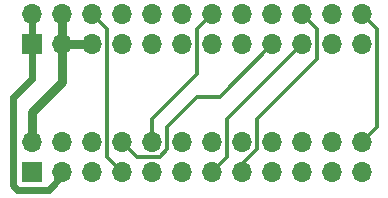
<source format=gbl>
G04 #@! TF.FileFunction,Copper,L2,Bot,Signal*
%FSLAX46Y46*%
G04 Gerber Fmt 4.6, Leading zero omitted, Abs format (unit mm)*
G04 Created by KiCad (PCBNEW 4.0.7) date 04/07/18 14:14:11*
%MOMM*%
%LPD*%
G01*
G04 APERTURE LIST*
%ADD10C,0.100000*%
%ADD11R,1.700000X1.700000*%
%ADD12O,1.700000X1.700000*%
%ADD13C,0.762000*%
%ADD14C,0.609600*%
%ADD15C,0.304800*%
G04 APERTURE END LIST*
D10*
D11*
X3302000Y2413000D03*
D12*
X3302000Y4953000D03*
X5842000Y2413000D03*
X5842000Y4953000D03*
X8382000Y2413000D03*
X8382000Y4953000D03*
X10922000Y2413000D03*
X10922000Y4953000D03*
X13462000Y2413000D03*
X13462000Y4953000D03*
X16002000Y2413000D03*
X16002000Y4953000D03*
X18542000Y2413000D03*
X18542000Y4953000D03*
X21082000Y2413000D03*
X21082000Y4953000D03*
X23622000Y2413000D03*
X23622000Y4953000D03*
X26162000Y2413000D03*
X26162000Y4953000D03*
X28702000Y2413000D03*
X28702000Y4953000D03*
X31242000Y2413000D03*
X31242000Y4953000D03*
D11*
X3302000Y13208000D03*
D12*
X3302000Y15748000D03*
X5842000Y13208000D03*
X5842000Y15748000D03*
X8382000Y13208000D03*
X8382000Y15748000D03*
X10922000Y13208000D03*
X10922000Y15748000D03*
X13462000Y13208000D03*
X13462000Y15748000D03*
X16002000Y13208000D03*
X16002000Y15748000D03*
X18542000Y13208000D03*
X18542000Y15748000D03*
X21082000Y13208000D03*
X21082000Y15748000D03*
X23622000Y13208000D03*
X23622000Y15748000D03*
X26162000Y13208000D03*
X26162000Y15748000D03*
X28702000Y13208000D03*
X28702000Y15748000D03*
X31242000Y13208000D03*
X31242000Y15748000D03*
D13*
X3302000Y4953000D02*
X3302000Y7493000D01*
X5842000Y10033000D02*
X5842000Y13208000D01*
X3302000Y7493000D02*
X5842000Y10033000D01*
X5842000Y13208000D02*
X8382000Y13208000D01*
X5842000Y13208000D02*
X5842000Y15748000D01*
D14*
X3302000Y13208000D02*
X3302000Y10287000D01*
X4699000Y889000D02*
X5842000Y2159000D01*
X2032000Y889000D02*
X4699000Y889000D01*
X1651000Y1270000D02*
X2032000Y889000D01*
X1651000Y8763000D02*
X1651000Y1270000D01*
X3302000Y10287000D02*
X1651000Y8763000D01*
D13*
X5842000Y2159000D02*
X5842000Y2413000D01*
D14*
X3302000Y13208000D02*
X3302000Y15748000D01*
D15*
X10922000Y2413000D02*
X9652000Y3683000D01*
X9652000Y14478000D02*
X8382000Y15748000D01*
X9652000Y3683000D02*
X9652000Y14478000D01*
X23622000Y13208000D02*
X19177000Y8763000D01*
X12192000Y3683000D02*
X10922000Y4953000D01*
X14097000Y3683000D02*
X12192000Y3683000D01*
X14732000Y4318000D02*
X14097000Y3683000D01*
X14732000Y6223000D02*
X14732000Y4318000D01*
X17272000Y8763000D02*
X14732000Y6223000D01*
X19177000Y8763000D02*
X17272000Y8763000D01*
X13462000Y4953000D02*
X13462000Y6858000D01*
X17272000Y14478000D02*
X18542000Y15748000D01*
X17272000Y10668000D02*
X17272000Y14478000D01*
X13462000Y6858000D02*
X17272000Y10668000D01*
X18542000Y2413000D02*
X19812000Y3683000D01*
X19812000Y6858000D02*
X26162000Y13208000D01*
X19812000Y3683000D02*
X19812000Y6858000D01*
X21082000Y2413000D02*
X21082000Y3048000D01*
X21082000Y3048000D02*
X22352000Y4318000D01*
X22352000Y4318000D02*
X22352000Y6858000D01*
X22352000Y6858000D02*
X27432000Y11938000D01*
X27432000Y11938000D02*
X27432000Y14478000D01*
X27432000Y14478000D02*
X26162000Y15748000D01*
X31242000Y4953000D02*
X32512000Y6223000D01*
X32512000Y14478000D02*
X31242000Y15748000D01*
X32512000Y6223000D02*
X32512000Y14478000D01*
M02*

</source>
